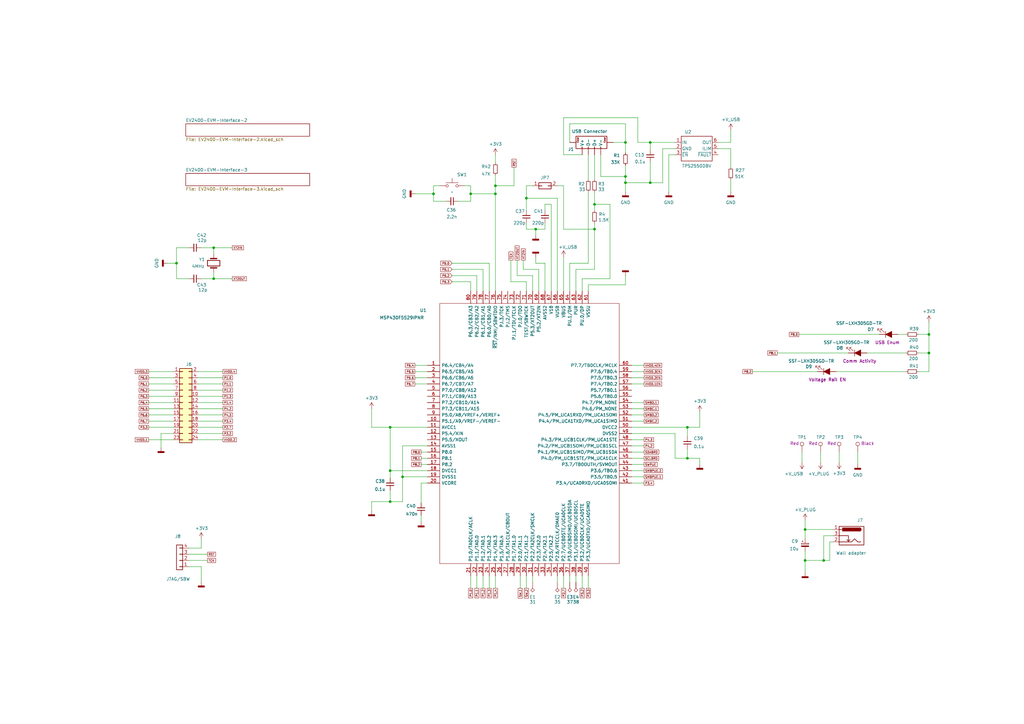
<source format=kicad_sch>
(kicad_sch (version 20250114) (generator "eeschema") (generator_version "9.0")
  (paper "A3")
  (title_block (title "EV2400 EVM Interface Board by Texas Instruments") (date "2019-09-25") (rev "1.0") (company "ORPALTECH"))
  (junction (at 165.1 195.58))
  (junction (at 203.2 79.502))
  (junction (at 256.54 58.42))
  (junction (at 160.02 175.26))
  (junction (at 72.39 107.95))
  (junction (at 193.04 79.502))
  (junction (at 266.7 58.42))
  (junction (at 243.84 83.82))
  (junction (at 177.8 79.502))
  (junction (at 381 144.78))
  (junction (at 203.2 76.2))
  (junction (at 337.82 229.87))
  (junction (at 266.7 74.93))
  (junction (at 256.54 74.93))
  (junction (at 381 137.16))
  (junction (at 219.71 93.98))
  (junction (at 281.94 187.96))
  (junction (at 243.84 93.98))
  (junction (at 256.54 72.39))
  (junction (at 215.9 81.28))
  (junction (at 330.2 217.17))
  (junction (at 160.02 205.74))
  (junction (at 87.63 101.6))
  (junction (at 281.94 175.26))
  (junction (at 330.2 229.87))
  (junction (at 160.02 193.04))
  (junction (at 87.63 114.3))
  (wire (pts (xy 259.08 193.04) (xy 264.16 193.04)))
  (wire (pts (xy 261.62 58.42) (xy 266.7 58.42)))
  (wire (pts (xy 219.71 107.95) (xy 219.71 105.41)))
  (wire (pts (xy 259.08 182.88) (xy 264.16 182.88)))
  (wire (pts (xy 172.72 198.12) (xy 175.26 198.12)))
  (wire (pts (xy 228.6 236.22) (xy 228.6 238.76)))
  (wire (pts (xy 175.26 182.88) (xy 165.1 182.88)))
  (wire (pts (xy 243.84 83.82) (xy 243.84 78.74)))
  (wire (pts (xy 344.17 185.42) (xy 344.17 189.738)))
  (wire (pts (xy 259.08 172.72) (xy 264.16 172.72)))
  (wire (pts (xy 165.1 195.58) (xy 175.26 195.58)))
  (wire (pts (xy 256.54 116.84) (xy 241.3 116.84)))
  (wire (pts (xy 71.12 170.18) (xy 60.96 170.18)))
  (wire (pts (xy 231.14 119.38) (xy 231.14 105.41)))
  (wire (pts (xy 175.26 175.26) (xy 160.02 175.26)))
  (wire (pts (xy 77.47 229.87) (xy 85.09 229.87)))
  (wire (pts (xy 218.44 113.03) (xy 218.44 119.38)))
  (wire (pts (xy 287.02 175.26) (xy 281.94 175.26)))
  (wire (pts (xy 381 137.16) (xy 381 132.08)))
  (wire (pts (xy 81.28 162.56) (xy 91.44 162.56)))
  (wire (pts (xy 203.2 76.2) (xy 210.82 76.2)))
  (wire (pts (xy 241.3 236.22) (xy 241.3 241.3)))
  (wire (pts (xy 87.63 101.6) (xy 95.25 101.6)))
  (wire (pts (xy 165.1 182.88) (xy 165.1 195.58)))
  (wire (pts (xy 287.02 187.96) (xy 281.94 187.96)))
  (wire (pts (xy 215.9 76.2) (xy 215.9 81.28)))
  (wire (pts (xy 261.62 48.26) (xy 261.62 58.42)))
  (wire (pts (xy 259.08 185.42) (xy 264.16 185.42)))
  (wire (pts (xy 241.3 107.95) (xy 233.68 107.95)))
  (wire (pts (xy 341.63 217.17) (xy 330.2 217.17)))
  (wire (pts (xy 381 144.78) (xy 381 137.16)))
  (wire (pts (xy 87.63 114.3) (xy 95.25 114.3)))
  (wire (pts (xy 231.14 236.22) (xy 231.14 241.3)))
  (wire (pts (xy 81.28 154.94) (xy 91.44 154.94)))
  (wire (pts (xy 87.63 101.6) (xy 87.63 104.14)))
  (wire (pts (xy 360.68 137.16) (xy 327.66 137.16)))
  (wire (pts (xy 175.26 193.04) (xy 160.02 193.04)))
  (wire (pts (xy 233.68 236.22) (xy 233.68 238.76)))
  (wire (pts (xy 152.4 175.26) (xy 160.02 175.26)))
  (wire (pts (xy 200.66 236.22) (xy 200.66 241.3)))
  (wire (pts (xy 299.72 53.34) (xy 299.72 58.42)))
  (wire (pts (xy 256.54 74.93) (xy 256.54 78.74)))
  (wire (pts (xy 193.04 236.22) (xy 193.04 241.3)))
  (wire (pts (xy 243.84 86.36) (xy 243.84 83.82)))
  (wire (pts (xy 71.12 154.94) (xy 60.96 154.94)))
  (wire (pts (xy 71.12 165.1) (xy 60.96 165.1)))
  (wire (pts (xy 195.58 113.03) (xy 195.58 119.38)))
  (wire (pts (xy 160.02 175.26) (xy 160.02 193.04)))
  (wire (pts (xy 193.04 79.502) (xy 193.04 76.2)))
  (wire (pts (xy 376.682 137.16) (xy 381 137.16)))
  (wire (pts (xy 200.66 107.95) (xy 200.66 119.38)))
  (wire (pts (xy 203.2 66.802) (xy 203.2 63.5)))
  (wire (pts (xy 214.63 110.49) (xy 214.63 106.68)))
  (wire (pts (xy 193.04 115.57) (xy 193.04 119.38)))
  (wire (pts (xy 182.88 82.55) (xy 177.8 82.55)))
  (wire (pts (xy 223.52 93.98) (xy 223.52 91.44)))
  (wire (pts (xy 256.54 74.93) (xy 266.7 74.93)))
  (wire (pts (xy 276.86 177.8) (xy 276.86 187.96)))
  (wire (pts (xy 259.08 157.48) (xy 264.16 157.48)))
  (wire (pts (xy 81.28 167.64) (xy 91.44 167.64)))
  (wire (pts (xy 72.39 101.6) (xy 77.47 101.6)))
  (wire (pts (xy 66.04 177.8) (xy 71.12 177.8)))
  (wire (pts (xy 195.58 236.22) (xy 195.58 241.3)))
  (wire (pts (xy 259.08 154.94) (xy 264.16 154.94)))
  (wire (pts (xy 81.28 170.18) (xy 91.44 170.18)))
  (wire (pts (xy 259.08 190.5) (xy 264.16 190.5)))
  (wire (pts (xy 238.76 114.3) (xy 250.19 114.3)))
  (wire (pts (xy 193.04 76.2) (xy 190.5 76.2)))
  (wire (pts (xy 259.08 170.18) (xy 264.16 170.18)))
  (wire (pts (xy 330.2 229.87) (xy 337.82 229.87)))
  (wire (pts (xy 223.52 83.82) (xy 226.06 83.82)))
  (wire (pts (xy 299.72 60.96) (xy 299.72 68.58)))
  (wire (pts (xy 294.64 60.96) (xy 299.72 60.96)))
  (wire (pts (xy 238.76 119.38) (xy 238.76 114.3)))
  (wire (pts (xy 198.12 236.22) (xy 198.12 241.3)))
  (wire (pts (xy 347.98 144.78) (xy 318.77 144.78)))
  (wire (pts (xy 266.7 58.42) (xy 266.7 61.468)))
  (wire (pts (xy 185.42 113.03) (xy 195.58 113.03)))
  (wire (pts (xy 82.55 114.3) (xy 87.63 114.3)))
  (wire (pts (xy 259.08 152.4) (xy 264.16 152.4)))
  (wire (pts (xy 77.47 114.3) (xy 72.39 114.3)))
  (wire (pts (xy 256.54 116.84) (xy 256.54 113.03)))
  (wire (pts (xy 81.28 165.1) (xy 91.44 165.1)))
  (wire (pts (xy 276.86 187.96) (xy 281.94 187.96)))
  (wire (pts (xy 274.32 63.5) (xy 274.32 78.74)))
  (wire (pts (xy 203.2 76.2) (xy 203.2 71.882)))
  (wire (pts (xy 241.3 63.5) (xy 241.3 73.66)))
  (wire (pts (xy 193.04 82.55) (xy 193.04 79.502)))
  (wire (pts (xy 231.14 63.5) (xy 231.14 48.26)))
  (wire (pts (xy 152.4 205.74) (xy 160.02 205.74)))
  (wire (pts (xy 209.55 115.57) (xy 215.9 115.57)))
  (wire (pts (xy 87.63 111.76) (xy 87.63 114.3)))
  (wire (pts (xy 256.54 58.42) (xy 256.54 62.738)))
  (wire (pts (xy 337.82 229.87) (xy 340.36 229.87)))
  (wire (pts (xy 259.08 165.1) (xy 264.16 165.1)))
  (wire (pts (xy 233.68 119.38) (xy 233.68 107.95)))
  (wire (pts (xy 236.22 110.49) (xy 243.84 110.49)))
  (wire (pts (xy 299.72 58.42) (xy 294.64 58.42)))
  (wire (pts (xy 71.12 160.02) (xy 60.96 160.02)))
  (wire (pts (xy 276.86 63.5) (xy 274.32 63.5)))
  (wire (pts (xy 152.4 205.74) (xy 152.4 209.55)))
  (wire (pts (xy 340.36 229.87) (xy 340.36 222.25)))
  (wire (pts (xy 177.8 76.2) (xy 180.34 76.2)))
  (wire (pts (xy 336.55 185.42) (xy 336.55 189.738)))
  (wire (pts (xy 160.02 193.04) (xy 160.02 196.088)))
  (wire (pts (xy 209.55 115.57) (xy 209.55 106.68)))
  (wire (pts (xy 281.94 184.15) (xy 281.94 187.96)))
  (wire (pts (xy 81.28 180.34) (xy 91.44 180.34)))
  (wire (pts (xy 259.08 195.58) (xy 264.16 195.58)))
  (wire (pts (xy 340.36 222.25) (xy 341.63 222.25)))
  (wire (pts (xy 82.55 224.79) (xy 77.47 224.79)))
  (wire (pts (xy 66.04 183.642) (xy 66.04 177.8)))
  (wire (pts (xy 236.22 236.22) (xy 236.22 238.76)))
  (wire (pts (xy 203.2 119.38) (xy 203.2 79.502)))
  (wire (pts (xy 243.84 73.66) (xy 243.84 63.5)))
  (wire (pts (xy 342.9 152.4) (xy 371.602 152.4)))
  (wire (pts (xy 231.14 76.2) (xy 228.6 76.2)))
  (wire (pts (xy 81.28 157.48) (xy 91.44 157.48)))
  (wire (pts (xy 170.18 79.502) (xy 177.8 79.502)))
  (wire (pts (xy 175.26 187.96) (xy 172.72 187.96)))
  (wire (pts (xy 81.28 172.72) (xy 91.44 172.72)))
  (wire (pts (xy 175.26 154.94) (xy 170.18 154.94)))
  (wire (pts (xy 256.54 50.8) (xy 256.54 58.42)))
  (wire (pts (xy 328.93 185.42) (xy 328.93 189.738)))
  (wire (pts (xy 71.12 157.48) (xy 60.96 157.48)))
  (wire (pts (xy 215.9 236.22) (xy 215.9 241.3)))
  (wire (pts (xy 276.86 60.96) (xy 271.78 60.96)))
  (wire (pts (xy 175.26 157.48) (xy 170.18 157.48)))
  (wire (pts (xy 223.52 107.95) (xy 223.52 119.38)))
  (wire (pts (xy 187.96 82.55) (xy 193.04 82.55)))
  (wire (pts (xy 241.3 116.84) (xy 241.3 119.38)))
  (wire (pts (xy 81.28 175.26) (xy 91.44 175.26)))
  (wire (pts (xy 165.1 205.74) (xy 160.02 205.74)))
  (wire (pts (xy 81.28 177.8) (xy 91.44 177.8)))
  (wire (pts (xy 172.72 206.248) (xy 172.72 198.12)))
  (wire (pts (xy 381 152.4) (xy 381 144.78)))
  (wire (pts (xy 259.08 177.8) (xy 276.86 177.8)))
  (wire (pts (xy 299.72 78.74) (xy 299.72 73.66)))
  (wire (pts (xy 241.3 78.74) (xy 241.3 107.95)))
  (wire (pts (xy 330.2 226.06) (xy 330.2 229.87)))
  (wire (pts (xy 259.08 167.64) (xy 264.16 167.64)))
  (wire (pts (xy 77.47 227.33) (xy 85.09 227.33)))
  (wire (pts (xy 330.2 229.87) (xy 330.2 234.95)))
  (wire (pts (xy 218.44 238.76) (xy 218.44 236.22)))
  (wire (pts (xy 341.63 219.71) (xy 337.82 219.71)))
  (wire (pts (xy 238.76 63.5) (xy 231.14 63.5)))
  (wire (pts (xy 72.39 107.95) (xy 72.39 114.3)))
  (wire (pts (xy 219.71 93.98) (xy 223.52 93.98)))
  (wire (pts (xy 165.1 195.58) (xy 165.1 205.74)))
  (wire (pts (xy 177.8 82.55) (xy 177.8 79.502)))
  (wire (pts (xy 81.28 152.4) (xy 91.44 152.4)))
  (wire (pts (xy 203.2 79.502) (xy 193.04 79.502)))
  (wire (pts (xy 246.38 72.39) (xy 256.54 72.39)))
  (wire (pts (xy 256.54 72.39) (xy 256.54 74.93)))
  (wire (pts (xy 246.38 63.5) (xy 246.38 72.39)))
  (wire (pts (xy 220.98 110.49) (xy 220.98 119.38)))
  (wire (pts (xy 203.2 236.22) (xy 203.2 241.3)))
  (wire (pts (xy 250.19 83.82) (xy 250.19 114.3)))
  (wire (pts (xy 219.71 93.98) (xy 219.71 96.52)))
  (wire (pts (xy 371.602 144.78) (xy 355.6 144.78)))
  (wire (pts (xy 243.84 110.49) (xy 243.84 93.98)))
  (wire (pts (xy 330.2 213.36) (xy 330.2 217.17)))
  (wire (pts (xy 212.09 113.03) (xy 212.09 106.68)))
  (wire (pts (xy 175.26 185.42) (xy 172.72 185.42)))
  (wire (pts (xy 259.08 180.34) (xy 264.16 180.34)))
  (wire (pts (xy 82.55 220.98) (xy 82.55 224.79)))
  (wire (pts (xy 335.28 152.4) (xy 308.61 152.4)))
  (wire (pts (xy 271.78 74.93) (xy 266.7 74.93)))
  (wire (pts (xy 238.76 236.22) (xy 238.76 241.3)))
  (wire (pts (xy 376.682 152.4) (xy 381 152.4)))
  (wire (pts (xy 82.55 101.6) (xy 87.63 101.6)))
  (wire (pts (xy 376.682 144.78) (xy 381 144.78)))
  (wire (pts (xy 215.9 91.44) (xy 215.9 93.98)))
  (wire (pts (xy 259.08 198.12) (xy 264.16 198.12)))
  (wire (pts (xy 259.08 187.96) (xy 264.16 187.96)))
  (wire (pts (xy 215.9 81.28) (xy 228.6 81.28)))
  (wire (pts (xy 223.52 86.36) (xy 223.52 83.82)))
  (wire (pts (xy 160.02 205.74) (xy 160.02 201.168)))
  (wire (pts (xy 203.2 79.502) (xy 203.2 76.2)))
  (wire (pts (xy 236.22 119.38) (xy 236.22 110.49)))
  (wire (pts (xy 185.42 115.57) (xy 193.04 115.57)))
  (wire (pts (xy 287.02 168.91) (xy 287.02 175.26)))
  (wire (pts (xy 281.94 175.26) (xy 281.94 179.07)))
  (wire (pts (xy 271.78 60.96) (xy 271.78 74.93)))
  (wire (pts (xy 72.39 107.95) (xy 68.58 107.95)))
  (wire (pts (xy 337.82 219.71) (xy 337.82 229.87)))
  (wire (pts (xy 72.39 101.6) (xy 72.39 107.95)))
  (wire (pts (xy 256.54 67.818) (xy 256.54 72.39)))
  (wire (pts (xy 71.12 167.64) (xy 60.96 167.64)))
  (wire (pts (xy 218.44 76.2) (xy 215.9 76.2)))
  (wire (pts (xy 175.26 190.5) (xy 172.72 190.5)))
  (wire (pts (xy 177.8 79.502) (xy 177.8 76.2)))
  (wire (pts (xy 259.08 175.26) (xy 281.94 175.26)))
  (wire (pts (xy 231.14 48.26) (xy 261.62 48.26)))
  (wire (pts (xy 215.9 81.28) (xy 215.9 86.36)))
  (wire (pts (xy 71.12 172.72) (xy 60.96 172.72)))
  (wire (pts (xy 175.26 152.4) (xy 170.18 152.4)))
  (wire (pts (xy 71.12 162.56) (xy 60.96 162.56)))
  (wire (pts (xy 214.63 110.49) (xy 220.98 110.49)))
  (wire (pts (xy 233.68 50.8) (xy 256.54 50.8)))
  (wire (pts (xy 77.47 232.41) (xy 82.55 232.41)))
  (wire (pts (xy 351.79 185.42) (xy 351.79 190.5)))
  (wire (pts (xy 251.46 58.42) (xy 256.54 58.42)))
  (wire (pts (xy 228.6 81.28) (xy 228.6 119.38)))
  (wire (pts (xy 71.12 175.26) (xy 60.96 175.26)))
  (wire (pts (xy 266.7 58.42) (xy 276.86 58.42)))
  (wire (pts (xy 243.84 93.98) (xy 243.84 91.44)))
  (wire (pts (xy 185.42 107.95) (xy 200.66 107.95)))
  (wire (pts (xy 259.08 149.86) (xy 264.16 149.86)))
  (wire (pts (xy 233.68 58.42) (xy 233.68 50.8)))
  (wire (pts (xy 71.12 152.4) (xy 60.96 152.4)))
  (wire (pts (xy 231.14 93.98) (xy 243.84 93.98)))
  (wire (pts (xy 215.9 115.57) (xy 215.9 119.38)))
  (wire (pts (xy 81.28 160.02) (xy 91.44 160.02)))
  (wire (pts (xy 185.42 110.49) (xy 198.12 110.49)))
  (wire (pts (xy 71.12 180.34) (xy 60.96 180.34)))
  (wire (pts (xy 266.7 66.548) (xy 266.7 74.93)))
  (wire (pts (xy 212.09 113.03) (xy 218.44 113.03)))
  (wire (pts (xy 371.602 137.16) (xy 368.3 137.16)))
  (wire (pts (xy 172.72 214.122) (xy 172.72 211.328)))
  (wire (pts (xy 82.55 232.41) (xy 82.55 238.76)))
  (wire (pts (xy 219.71 107.95) (xy 223.52 107.95)))
  (wire (pts (xy 210.82 76.2) (xy 210.82 68.58)))
  (wire (pts (xy 215.9 93.98) (xy 219.71 93.98)))
  (wire (pts (xy 287.02 190.5) (xy 287.02 187.96)))
  (wire (pts (xy 175.26 149.86) (xy 170.18 149.86)))
  (wire (pts (xy 330.2 220.98) (xy 330.2 217.17)))
  (wire (pts (xy 198.12 110.49) (xy 198.12 119.38)))
  (wire (pts (xy 152.4 175.26) (xy 152.4 167.64)))
  (wire (pts (xy 250.19 83.82) (xy 243.84 83.82)))
  (wire (pts (xy 213.36 236.22) (xy 213.36 241.3)))
  (wire (pts (xy 231.14 93.98) (xy 231.14 76.2)))
  (wire (pts (xy 226.06 83.82) (xy 226.06 119.38)))
  (global_label "VVOD.3" (shape passive) (at 60.96 152.4 180) (effects (font (size 0.889 0.889))) (property "Intersheetrefs" "${INTERSHEET_REFS}" (effects (hide yes))))
  (global_label "P2.7" (shape passive) (at 91.44 175.26 0) (effects (font (size 0.889 0.889))) (property "Intersheetrefs" "${INTERSHEET_REFS}" (effects (hide yes))))
  (global_label "XT2OUT" (shape passive) (at 212.09 106.68 90) (effects (font (size 0.889 0.889))) (property "Intersheetrefs" "${INTERSHEET_REFS}" (effects (hide yes))))
  (global_label "VVOD.4EN" (shape passive) (at 264.16 149.86 0) (effects (font (size 0.889 0.889))) (property "Intersheetrefs" "${INTERSHEET_REFS}" (effects (hide yes))))
  (global_label "RST" (shape passive) (at 210.82 68.58 90) (effects (font (size 0.889 0.889))) (property "Intersheetrefs" "${INTERSHEET_REFS}" (effects (hide yes))))
  (global_label "P1.0" (shape passive) (at 193.04 241.3 270) (effects (font (size 0.889 0.889))) (property "Intersheetrefs" "${INTERSHEET_REFS}" (effects (hide yes))))
  (global_label "VVOD.1EN" (shape passive) (at 264.16 157.48 0) (effects (font (size 0.889 0.889))) (property "Intersheetrefs" "${INTERSHEET_REFS}" (effects (hide yes))))
  (global_label "P6.7" (shape passive) (at 60.96 172.72 180) (effects (font (size 0.889 0.889))) (property "Intersheetrefs" "${INTERSHEET_REFS}" (effects (hide yes))))
  (global_label "P4.3" (shape passive) (at 264.16 180.34 0) (effects (font (size 0.889 0.889))) (property "Intersheetrefs" "${INTERSHEET_REFS}" (effects (hide yes))))
  (global_label "P6.1" (shape passive) (at 60.96 157.48 180) (effects (font (size 0.889 0.889))) (property "Intersheetrefs" "${INTERSHEET_REFS}" (effects (hide yes))))
  (global_label "SMBC.1" (shape passive) (at 264.16 167.64 0) (effects (font (size 0.889 0.889))) (property "Intersheetrefs" "${INTERSHEET_REFS}" (effects (hide yes))))
  (global_label "SW.2" (shape passive) (at 215.9 241.3 270) (effects (font (size 0.889 0.889))) (property "Intersheetrefs" "${INTERSHEET_REFS}" (effects (hide yes))))
  (global_label "P6.5" (shape passive) (at 170.18 152.4 180) (effects (font (size 0.889 0.889))) (property "Intersheetrefs" "${INTERSHEET_REFS}" (effects (hide yes))))
  (global_label "VVOD.1" (shape passive) (at 60.96 180.34 180) (effects (font (size 0.889 0.889))) (property "Intersheetrefs" "${INTERSHEET_REFS}" (effects (hide yes))))
  (global_label "P3.3" (shape passive) (at 60.96 175.26 180) (effects (font (size 0.889 0.889))) (property "Intersheetrefs" "${INTERSHEET_REFS}" (effects (hide yes))))
  (global_label "VVOD.2EN" (shape passive) (at 264.16 154.94 0) (effects (font (size 0.889 0.889))) (property "Intersheetrefs" "${INTERSHEET_REFS}" (effects (hide yes))))
  (global_label "P6.7" (shape passive) (at 170.18 157.48 180) (effects (font (size 0.889 0.889))) (property "Intersheetrefs" "${INTERSHEET_REFS}" (effects (hide yes))))
  (global_label "P8.2" (shape passive) (at 172.72 190.5 180) (effects (font (size 0.889 0.889))) (property "Intersheetrefs" "${INTERSHEET_REFS}" (effects (hide yes))))
  (global_label "P3.2" (shape passive) (at 238.76 241.3 270) (effects (font (size 0.889 0.889))) (property "Intersheetrefs" "${INTERSHEET_REFS}" (effects (hide yes))))
  (global_label "VVOD.4" (shape passive) (at 91.44 152.4 0) (effects (font (size 0.889 0.889))) (property "Intersheetrefs" "${INTERSHEET_REFS}" (effects (hide yes))))
  (global_label "SCLBRD" (shape passive) (at 264.16 187.96 0) (effects (font (size 0.889 0.889))) (property "Intersheetrefs" "${INTERSHEET_REFS}" (effects (hide yes))))
  (global_label "P8.0" (shape passive) (at 327.66 137.16 180) (effects (font (size 0.889 0.889))) (property "Intersheetrefs" "${INTERSHEET_REFS}" (effects (hide yes))))
  (global_label "SW.1" (shape passive) (at 213.36 241.3 270) (effects (font (size 0.889 0.889))) (property "Intersheetrefs" "${INTERSHEET_REFS}" (effects (hide yes))))
  (global_label "P4.2" (shape passive) (at 264.16 182.88 0) (effects (font (size 0.889 0.889))) (property "Intersheetrefs" "${INTERSHEET_REFS}" (effects (hide yes))))
  (global_label "P1.2" (shape passive) (at 91.44 160.02 0) (effects (font (size 0.889 0.889))) (property "Intersheetrefs" "${INTERSHEET_REFS}" (effects (hide yes))))
  (global_label "P6.6" (shape passive) (at 170.18 154.94 180) (effects (font (size 0.889 0.889))) (property "Intersheetrefs" "${INTERSHEET_REFS}" (effects (hide yes))))
  (global_label "RST" (shape passive) (at 85.09 227.33 0) (effects (font (size 0.889 0.889))) (property "Intersheetrefs" "${INTERSHEET_REFS}" (effects (hide yes))))
  (global_label "XT2IN" (shape passive) (at 95.25 101.6 0) (effects (font (size 0.889 0.889))) (property "Intersheetrefs" "${INTERSHEET_REFS}" (effects (hide yes))))
  (global_label "P8.1" (shape passive) (at 318.77 144.78 180) (effects (font (size 0.889 0.889))) (property "Intersheetrefs" "${INTERSHEET_REFS}" (effects (hide yes))))
  (global_label "P1.1" (shape passive) (at 195.58 241.3 270) (effects (font (size 0.889 0.889))) (property "Intersheetrefs" "${INTERSHEET_REFS}" (effects (hide yes))))
  (global_label "P6.0" (shape passive) (at 60.96 154.94 180) (effects (font (size 0.889 0.889))) (property "Intersheetrefs" "${INTERSHEET_REFS}" (effects (hide yes))))
  (global_label "VVOD.3EN" (shape passive) (at 264.16 152.4 0) (effects (font (size 0.889 0.889))) (property "Intersheetrefs" "${INTERSHEET_REFS}" (effects (hide yes))))
  (global_label "XT2IN" (shape passive) (at 214.63 106.68 90) (effects (font (size 0.889 0.889))) (property "Intersheetrefs" "${INTERSHEET_REFS}" (effects (hide yes))))
  (global_label "SMBC.2" (shape passive) (at 264.16 172.72 0) (effects (font (size 0.889 0.889))) (property "Intersheetrefs" "${INTERSHEET_REFS}" (effects (hide yes))))
  (global_label "P3.2" (shape passive) (at 91.44 177.8 0) (effects (font (size 0.889 0.889))) (property "Intersheetrefs" "${INTERSHEET_REFS}" (effects (hide yes))))
  (global_label "P1.4" (shape passive) (at 91.44 165.1 0) (effects (font (size 0.889 0.889))) (property "Intersheetrefs" "${INTERSHEET_REFS}" (effects (hide yes))))
  (global_label "P6.4" (shape passive) (at 60.96 165.1 180) (effects (font (size 0.889 0.889))) (property "Intersheetrefs" "${INTERSHEET_REFS}" (effects (hide yes))))
  (global_label "P6.3" (shape passive) (at 60.96 162.56 180) (effects (font (size 0.889 0.889))) (property "Intersheetrefs" "${INTERSHEET_REFS}" (effects (hide yes))))
  (global_label "P6.3" (shape input) (at 185.42 115.57 180) (effects (font (size 0.889 0.889))) (property "Intersheetrefs" "${INTERSHEET_REFS}" (effects (hide yes))))
  (global_label "P8.2" (shape passive) (at 308.61 152.4 180) (effects (font (size 0.889 0.889))) (property "Intersheetrefs" "${INTERSHEET_REFS}" (effects (hide yes))))
  (global_label "P8.0" (shape passive) (at 172.72 185.42 180) (effects (font (size 0.889 0.889))) (property "Intersheetrefs" "${INTERSHEET_REFS}" (effects (hide yes))))
  (global_label "TCK" (shape passive) (at 209.55 106.68 90) (effects (font (size 0.889 0.889))) (property "Intersheetrefs" "${INTERSHEET_REFS}" (effects (hide yes))))
  (global_label "P2.7" (shape passive) (at 231.14 241.3 270) (effects (font (size 0.889 0.889))) (property "Intersheetrefs" "${INTERSHEET_REFS}" (effects (hide yes))))
  (global_label "P3.4" (shape passive) (at 91.44 172.72 0) (effects (font (size 0.889 0.889))) (property "Intersheetrefs" "${INTERSHEET_REFS}" (effects (hide yes))))
  (global_label "P6.4" (shape passive) (at 170.18 149.86 180) (effects (font (size 0.889 0.889))) (property "Intersheetrefs" "${INTERSHEET_REFS}" (effects (hide yes))))
  (global_label "P3.3" (shape passive) (at 241.3 241.3 270) (effects (font (size 0.889 0.889))) (property "Intersheetrefs" "${INTERSHEET_REFS}" (effects (hide yes))))
  (global_label "SMBPUE.1" (shape passive) (at 264.16 195.58 0) (effects (font (size 0.889 0.889))) (property "Intersheetrefs" "${INTERSHEET_REFS}" (effects (hide yes))))
  (global_label "P6.2" (shape passive) (at 60.96 160.02 180) (effects (font (size 0.889 0.889))) (property "Intersheetrefs" "${INTERSHEET_REFS}" (effects (hide yes))))
  (global_label "VVOD.2" (shape passive) (at 91.44 180.34 0) (effects (font (size 0.889 0.889))) (property "Intersheetrefs" "${INTERSHEET_REFS}" (effects (hide yes))))
  (global_label "SWPUE" (shape passive) (at 264.16 190.5 0) (effects (font (size 0.889 0.889))) (property "Intersheetrefs" "${INTERSHEET_REFS}" (effects (hide yes))))
  (global_label "P6.5" (shape passive) (at 60.96 167.64 180) (effects (font (size 0.889 0.889))) (property "Intersheetrefs" "${INTERSHEET_REFS}" (effects (hide yes))))
  (global_label "P8.1" (shape passive) (at 172.72 187.96 180) (effects (font (size 0.889 0.889))) (property "Intersheetrefs" "${INTERSHEET_REFS}" (effects (hide yes))))
  (global_label "P4.3" (shape passive) (at 91.44 170.18 0) (effects (font (size 0.889 0.889))) (property "Intersheetrefs" "${INTERSHEET_REFS}" (effects (hide yes))))
  (global_label "P6.2" (shape input) (at 185.42 113.03 180) (effects (font (size 0.889 0.889))) (property "Intersheetrefs" "${INTERSHEET_REFS}" (effects (hide yes))))
  (global_label "XT2OUT" (shape passive) (at 95.25 114.3 0) (effects (font (size 0.889 0.889))) (property "Intersheetrefs" "${INTERSHEET_REFS}" (effects (hide yes))))
  (global_label "P6.0" (shape input) (at 185.42 107.95 180) (effects (font (size 0.889 0.889))) (property "Intersheetrefs" "${INTERSHEET_REFS}" (effects (hide yes))))
  (global_label "P1.4" (shape passive) (at 203.2 241.3 270) (effects (font (size 0.889 0.889))) (property "Intersheetrefs" "${INTERSHEET_REFS}" (effects (hide yes))))
  (global_label "P1.0" (shape passive) (at 91.44 154.94 0) (effects (font (size 0.889 0.889))) (property "Intersheetrefs" "${INTERSHEET_REFS}" (effects (hide yes))))
  (global_label "SMBD.1" (shape passive) (at 264.16 165.1 0) (effects (font (size 0.889 0.889))) (property "Intersheetrefs" "${INTERSHEET_REFS}" (effects (hide yes))))
  (global_label "P1.2" (shape passive) (at 198.12 241.3 270) (effects (font (size 0.889 0.889))) (property "Intersheetrefs" "${INTERSHEET_REFS}" (effects (hide yes))))
  (global_label "P4.2" (shape passive) (at 91.44 167.64 0) (effects (font (size 0.889 0.889))) (property "Intersheetrefs" "${INTERSHEET_REFS}" (effects (hide yes))))
  (global_label "TCK" (shape passive) (at 85.09 229.87 0) (effects (font (size 0.889 0.889))) (property "Intersheetrefs" "${INTERSHEET_REFS}" (effects (hide yes))))
  (global_label "SMBPUE.2" (shape passive) (at 264.16 193.04 0) (effects (font (size 0.889 0.889))) (property "Intersheetrefs" "${INTERSHEET_REFS}" (effects (hide yes))))
  (global_label "P1.3" (shape passive) (at 200.66 241.3 270) (effects (font (size 0.889 0.889))) (property "Intersheetrefs" "${INTERSHEET_REFS}" (effects (hide yes))))
  (global_label "P6.6" (shape passive) (at 60.96 170.18 180) (effects (font (size 0.889 0.889))) (property "Intersheetrefs" "${INTERSHEET_REFS}" (effects (hide yes))))
  (global_label "P3.4" (shape passive) (at 264.16 198.12 0) (effects (font (size 0.889 0.889))) (property "Intersheetrefs" "${INTERSHEET_REFS}" (effects (hide yes))))
  (global_label "P1.3" (shape passive) (at 91.44 162.56 0) (effects (font (size 0.889 0.889))) (property "Intersheetrefs" "${INTERSHEET_REFS}" (effects (hide yes))))
  (global_label "SMBD.2" (shape passive) (at 264.16 170.18 0) (effects (font (size 0.889 0.889))) (property "Intersheetrefs" "${INTERSHEET_REFS}" (effects (hide yes))))
  (global_label "P6.1" (shape input) (at 185.42 110.49 180) (effects (font (size 0.889 0.889))) (property "Intersheetrefs" "${INTERSHEET_REFS}" (effects (hide yes))))
  (global_label "P1.1" (shape passive) (at 91.44 157.48 0) (effects (font (size 0.889 0.889))) (property "Intersheetrefs" "${INTERSHEET_REFS}" (effects (hide yes))))
  (global_label "SDABRD" (shape passive) (at 264.16 185.42 0) (effects (font (size 0.889 0.889))) (property "Intersheetrefs" "${INTERSHEET_REFS}" (effects (hide yes))))
  (symbol (lib_id "EV2400-Components:+3V3") (at 82.55 220.98 0) (unit 1)
    (property "Reference" "#PWR0126" (effects (hide yes)))
    (property "Value" "+3V3" (at 80.01 216.662 0) (effects (justify left)))
    (property "Description" "power-flag symbol +3.3V" (effects (hide yes)))
  )
  (symbol (lib_id "EV2400-Components:MSP430F5529IPNR") (at 217.17 176.53 0) (unit 1)
    (property "Reference" "U1" (at 172.212 127.254 0) (effects (justify left)))
    (property "Value" "MSP430F5529IPNR" (at 155.702 130.302 0) (effects (justify left)))
    (property "Footprint" "EV2400-Footprints:QFP50P1400X1400X160-80N" (effects (hide yes)))
    (property "Datasheet" "http://www.ti.com/lit/gpn/msp430f5529" (effects (hide yes)))
    (property "Description" "16-Bit Ultra-Low-Power Microcontroller, 128KB Flash, 8KB RAM, USB, 12Bit ADC, 2 USCIs, 32Bit HW MPY" (effects (hide yes)))
    (property "Height" "1.6" (effects (hide yes)))
    (property "Manufacturer_Name" "Texas Instruments" (effects (hide yes)))
    (property "Manufacturer_Part_Number" "MSP430F5529IPNR" (effects (hide yes)))
    (property "Description_1" "16-Bit Ultra-Low-Power Microcontroller, 128KB Flash, 8KB RAM, USB, 12Bit ADC, 2 USCIs, 32Bit HW MPY" (effects (hide yes)))
  )
  (symbol (lib_id "EV2400-Components:C_Small") (at 215.9 88.9 0) (mirror x) (unit 1)
    (property "Reference" "C37" (at 211.328 86.614 0) (effects (justify left)))
    (property "Value" "220p" (at 210.566 91.44 0) (effects (justify left)))
    (property "Footprint" "EV2400-Footprints:C_0603_1608Metric" (effects (hide yes)))
    (property "Description" "Unpolarized capacitor" (effects (hide yes)))
  )
  (symbol (lib_id "EV2400-Components:R_Small") (at 203.2 69.342 0) (mirror x) (unit 1)
    (property "Reference" "R42" (at 199.39 68.326 0))
    (property "Value" "47K" (at 199.39 71.374 0))
    (property "Footprint" "EV2400-Footprints:R_0603_1608Metric" (effects (hide yes)))
    (property "Description" "Resistor, small symbol" (effects (hide yes)))
  )
  (symbol (lib_id "EV2400-Components:Conn_02x01") (at 223.52 76.2 0) (unit 1)
    (property "Reference" "JP7" (at 223.52 72.898 0))
    (property "Value" "Conn_02x01" (effects (hide yes)))
    (property "Footprint" "EV2400-Footprints:PinHeader_1x02_P2.54mm_Vertical" (effects (hide yes)))
    (property "Description" "Generic connector, double row, 02x01, this symbol is compatible with counter-clockwise, top-bottom and odd-even numbering schemes., script generated (kicad-library-utils/schlib/autogen/connector/)" (effects (hide yes)))
  )
  (symbol (lib_id "EV2400-Components:C_Small") (at 223.52 88.9 0) (mirror x) (unit 1)
    (property "Reference" "C41" (at 218.948 86.614 0) (effects (justify left)))
    (property "Value" "220p" (at 218.186 91.44 0) (effects (justify left)))
    (property "Footprint" "EV2400-Footprints:C_0603_1608Metric" (effects (hide yes)))
    (property "Description" "Unpolarized capacitor" (effects (hide yes)))
  )
  (symbol (lib_id "EV2400-Components:GND") (at 219.71 96.52 0) (unit 1)
    (property "Reference" "#PWR0101" (effects (hide yes)))
    (property "Value" "GND" (effects (hide yes)))
    (property "Description" "Power flag, digital ground" (effects (hide yes)))
  )
  (symbol (lib_id "EV2400-Components:+3V3") (at 203.2 63.5 0) (unit 1)
    (property "Reference" "#PWR0102" (effects (hide yes)))
    (property "Value" "+3V3" (at 203.2 59.1058 0))
    (property "Description" "power-flag symbol +3.3V" (effects (hide yes)))
  )
  (symbol (lib_id "EV2400-Components:R_Small") (at 243.84 88.9 0) (mirror x) (unit 1)
    (property "Reference" "R4" (at 246.888 87.884 0))
    (property "Value" "1.5K" (at 247.65 90.17 0))
    (property "Footprint" "EV2400-Footprints:R_0603_1608Metric" (effects (hide yes)))
    (property "Description" "Resistor, small symbol" (effects (hide yes)))
  )
  (symbol (lib_id "EV2400-Components:R_Small") (at 241.3 76.2 0) (mirror x) (unit 1)
    (property "Reference" "R2" (at 238.506 75.438 0))
    (property "Value" "33" (at 238.76 77.724 0))
    (property "Footprint" "EV2400-Footprints:R_0603_1608Metric" (effects (hide yes)))
    (property "Description" "Resistor, small symbol" (effects (hide yes)))
  )
  (symbol (lib_id "EV2400-Components:R_Small") (at 243.84 76.2 0) (mirror x) (unit 1)
    (property "Reference" "R3" (at 246.634 75.438 0))
    (property "Value" "33" (at 246.634 77.724 0))
    (property "Footprint" "EV2400-Footprints:R_0603_1608Metric" (effects (hide yes)))
    (property "Description" "Resistor, small symbol" (effects (hide yes)))
  )
  (symbol (lib_id "EV2400-Components:USB_B") (at 243.84 58.42 90) (mirror x) (unit 1)
    (property "Reference" "J1" (at 234.188 61.214 90))
    (property "Value" "USB Connector" (at 241.808 53.848 90))
    (property "Footprint" "EV2400-Footprints:USB_B_OST_USB-B1HSxx_Horizontal" (effects (hide yes)))
    (property "Description" "USB Type B connector" (effects (hide yes)))
  )
  (symbol (lib_id "EV2400-Components:R_Small") (at 256.54 65.278 0) (mirror x) (unit 1)
    (property "Reference" "R1" (at 252.984 63.754 0))
    (property "Value" "33K" (at 252.476 66.548 0))
    (property "Footprint" "EV2400-Footprints:R_0603_1608Metric" (effects (hide yes)))
    (property "Description" "Resistor, small symbol" (effects (hide yes)))
  )
  (symbol (lib_id "EV2400-Components:C_Small") (at 266.7 64.008 0) (mirror x) (unit 1)
    (property "Reference" "C13" (at 260.35 63.5 0) (effects (justify left)))
    (property "Value" "0.1u" (at 260.35 66.294 0) (effects (justify left)))
    (property "Footprint" "EV2400-Footprints:C_0603_1608Metric" (effects (hide yes)))
    (property "Description" "Unpolarized capacitor" (effects (hide yes)))
  )
  (symbol (lib_id "EV2400-Components:GND") (at 170.18 79.502 270) (unit 1)
    (property "Reference" "#PWR0103" (effects (hide yes)))
    (property "Value" "GND" (at 165.862 79.502 0))
    (property "Description" "Power flag, digital ground" (effects (hide yes)))
  )
  (symbol (lib_id "EV2400-Components:GND") (at 256.54 78.74 0) (unit 1)
    (property "Reference" "#PWR0104" (effects (hide yes)))
    (property "Value" "GND" (at 256.54 83.058 0))
    (property "Description" "Power flag, digital ground" (effects (hide yes)))
  )
  (symbol (lib_id "EV2400-Components:GND") (at 219.71 105.41 180) (unit 1)
    (property "Reference" "#PWR0105" (effects (hide yes)))
    (property "Value" "GND" (effects (hide yes)))
    (property "Description" "Power flag, digital ground" (effects (hide yes)))
  )
  (symbol (lib_id "EV2400-Components:GND") (at 256.54 113.03 180) (unit 1)
    (property "Reference" "#PWR0106" (effects (hide yes)))
    (property "Value" "GND" (effects (hide yes)))
    (property "Description" "Power flag, digital ground" (effects (hide yes)))
  )
  (symbol (lib_id "EV2400-Components:TPS2550DBV") (at 285.75 60.96 0) (unit 1)
    (property "Reference" "U2" (at 282.194 54.102 0))
    (property "Value" "TPS2550DBV" (at 285.75 68.072 0))
    (property "Footprint" "EV2400-Footprints:SOT95P280X145-6N" (effects (hide yes)))
    (property "Datasheet" "http://www.ti.com/lit/gpn/TPS2550" (effects (hide yes)))
    (property "Description" "Texas Instruments TPS2550DBV, USB Power Switch High Side, 85m, 2.5 V min., 6-Pin SOT-23" (effects (hide yes)))
    (property "Manufacturer_Name" "Texas Instruments" (effects (hide yes)))
    (property "Manufacturer_Part_Number" "TPS2550DBV" (effects (hide yes)))
    (property "Description_1" "Texas Instruments TPS2550DBVT, USB Power Switch High Side, 85m, 2.5 V min., 6-Pin SOT-23" (effects (hide yes)))
  )
  (symbol (lib_id "EV2400-Components:GND") (at 274.32 78.74 0) (unit 1)
    (property "Reference" "#PWR0107" (effects (hide yes)))
    (property "Value" "GND" (at 274.32 83.058 0))
    (property "Description" "Power flag, digital ground" (effects (hide yes)))
  )
  (symbol (lib_id "EV2400-Components:R_Small") (at 299.72 71.12 0) (mirror x) (unit 1)
    (property "Reference" "R27" (at 303.53 69.85 0))
    (property "Value" "51K" (at 303.276 72.39 0))
    (property "Footprint" "EV2400-Footprints:R_0603_1608Metric" (effects (hide yes)))
    (property "Description" "Resistor, small symbol" (effects (hide yes)))
  )
  (symbol (lib_id "EV2400-Components:GND") (at 299.72 78.74 0) (unit 1)
    (property "Reference" "#PWR0108" (effects (hide yes)))
    (property "Value" "GND" (at 299.72 83.058 0))
    (property "Description" "Power flag, digital ground" (effects (hide yes)))
  )
  (symbol (lib_id "EV2400-Components:Conn_02x12_Odd_Even") (at 76.2 167.64 0) (unit 1)
    (property "Reference" "J6" (at 77.47 149.4282 0))
    (property "Value" "Conn_02x12_Odd_Even" (effects (hide yes)))
    (property "Footprint" "EV2400-Footprints:PinHeader_2x12_P2.54mm_Horizontal" (effects (hide yes)))
    (property "Description" "Generic connector, double row, 02x12, odd/even pin numbering scheme (row 1 odd numbers, row 2 even numbers), script generated (kicad-library-utils/schlib/autogen/connector/)" (effects (hide yes)))
  )
  (symbol (lib_id "EV2400-Components:GND") (at 66.04 183.642 0) (unit 1)
    (property "Reference" "#PWR0109" (effects (hide yes)))
    (property "Value" "GND" (effects (hide yes)))
    (property "Description" "Power flag, digital ground" (effects (hide yes)))
  )
  (symbol (lib_id "EV2400-Components:C_Small") (at 172.72 208.788 0) (mirror x) (unit 1)
    (property "Reference" "C40" (at 166.624 207.518 0) (effects (justify left)))
    (property "Value" "470n" (at 166.37 210.82 0) (effects (justify left)))
    (property "Footprint" "EV2400-Footprints:C_0603_1608Metric" (effects (hide yes)))
    (property "Description" "Unpolarized capacitor" (effects (hide yes)))
  )
  (symbol (lib_id "EV2400-Components:GND") (at 172.72 214.122 0) (unit 1)
    (property "Reference" "#PWR0110" (effects (hide yes)))
    (property "Value" "GND" (effects (hide yes)))
    (property "Description" "Power flag, digital ground" (effects (hide yes)))
  )
  (symbol (lib_id "EV2400-Components:C_Small") (at 160.02 198.628 0) (mirror x) (unit 1)
    (property "Reference" "C38" (at 153.924 197.358 0) (effects (justify left)))
    (property "Value" "0.1u" (at 153.67 200.66 0) (effects (justify left)))
    (property "Footprint" "EV2400-Footprints:C_0603_1608Metric" (effects (hide yes)))
    (property "Description" "Unpolarized capacitor" (effects (hide yes)))
  )
  (symbol (lib_id "EV2400-Components:GND") (at 152.4 209.55 0) (unit 1)
    (property "Reference" "#PWR0111" (effects (hide yes)))
    (property "Value" "GND" (effects (hide yes)))
    (property "Description" "Power flag, digital ground" (effects (hide yes)))
  )
  (symbol (lib_id "EV2400-Components:+3V3") (at 152.4 167.64 0) (unit 1)
    (property "Reference" "#PWR0112" (effects (hide yes)))
    (property "Value" "+3V3" (at 152.4 163.2458 0))
    (property "Description" "power-flag symbol +3.3V" (effects (hide yes)))
  )
  (symbol (lib_id "EV2400-Components:C_Small") (at 281.94 181.61 0) (mirror x) (unit 1)
    (property "Reference" "C39" (at 284.48 179.832 0) (effects (justify left)))
    (property "Value" "0.1u" (at 284.48 183.134 0) (effects (justify left)))
    (property "Footprint" "EV2400-Footprints:C_0603_1608Metric" (effects (hide yes)))
    (property "Description" "Unpolarized capacitor" (effects (hide yes)))
  )
  (symbol (lib_id "EV2400-Components:+3V3") (at 287.02 168.91 0) (unit 1)
    (property "Reference" "#PWR0113" (effects (hide yes)))
    (property "Value" "+3V3" (at 287.02 164.5158 0))
    (property "Description" "power-flag symbol +3.3V" (effects (hide yes)))
  )
  (symbol (lib_id "EV2400-Components:GND") (at 287.02 190.5 0) (unit 1)
    (property "Reference" "#PWR0114" (effects (hide yes)))
    (property "Value" "GND" (effects (hide yes)))
    (property "Description" "Power flag, digital ground" (effects (hide yes)))
  )
  (symbol (lib_id "EV2400-Components:LED_ALT") (at 364.49 137.16 0) (mirror x) (unit 1)
    (property "Reference" "D7" (at 357.124 135.128 0))
    (property "Value" "SSF-LXH305GD-TR" (at 352.298 132.588 0))
    (property "Footprint" "EV2400-Footprints:SSFLXH305GDTR" (effects (hide yes)))
    (property "Description" "Light emitting diode, filled shape" (effects (hide yes)))
    (property "Label" "USB Enum" (at 363.982 140.462 0))
  )
  (symbol (lib_id "EV2400-Components:LED_ALT") (at 351.79 144.78 0) (mirror x) (unit 1)
    (property "Reference" "D8" (at 344.424 142.748 0))
    (property "Value" "SSF-LXH305GD-TR" (at 347.218 140.462 0))
    (property "Footprint" "EV2400-Footprints:SSFLXH305GDTR" (effects (hide yes)))
    (property "Description" "Light emitting diode, filled shape" (effects (hide yes)))
    (property "Label" "Comm Activity" (at 352.552 148.082 0))
  )
  (symbol (lib_id "EV2400-Components:LED_ALT") (at 339.09 152.4 0) (mirror x) (unit 1)
    (property "Reference" "D9" (at 331.724 150.368 0))
    (property "Value" "SSF-LXH305GD-TR" (at 332.74 148.082 0))
    (property "Footprint" "EV2400-Footprints:SSFLXH305GDTR" (effects (hide yes)))
    (property "Description" "Light emitting diode, filled shape" (effects (hide yes)))
    (property "Label" "Voltage Rail EN" (at 339.344 155.702 0))
  )
  (symbol (lib_id "EV2400-Components:R_Small") (at 374.142 137.16 270) (mirror x) (unit 1)
    (property "Reference" "R39" (at 374.904 134.874 90))
    (property "Value" "200" (at 374.65 139.446 90))
    (property "Footprint" "EV2400-Footprints:R_0603_1608Metric" (effects (hide yes)))
    (property "Description" "Resistor, small symbol" (effects (hide yes)))
  )
  (symbol (lib_id "EV2400-Components:R_Small") (at 374.142 144.78 270) (mirror x) (unit 1)
    (property "Reference" "R40" (at 374.904 142.494 90))
    (property "Value" "200" (at 374.65 147.066 90))
    (property "Footprint" "EV2400-Footprints:R_0603_1608Metric" (effects (hide yes)))
    (property "Description" "Resistor, small symbol" (effects (hide yes)))
  )
  (symbol (lib_id "EV2400-Components:R_Small") (at 374.142 152.4 270) (mirror x) (unit 1)
    (property "Reference" "R41" (at 374.904 150.114 90))
    (property "Value" "200" (at 374.65 154.686 90))
    (property "Footprint" "EV2400-Footprints:R_0603_1608Metric" (effects (hide yes)))
    (property "Description" "Resistor, small symbol" (effects (hide yes)))
  )
  (symbol (lib_id "EV2400-Components:+3V3") (at 381 132.08 0) (unit 1)
    (property "Reference" "#PWR0115" (effects (hide yes)))
    (property "Value" "+3V3" (at 381 127.6858 0))
    (property "Description" "power-flag symbol +3.3V" (effects (hide yes)))
  )
  (symbol (lib_id "EV2400-Components:Crystal") (at 87.63 107.95 90) (unit 1)
    (property "Reference" "Y1" (at 82.804 106.426 90))
    (property "Value" "4MHz" (at 81.28 109.22 90))
    (property "Footprint" "EV2400-Footprints:Crystal_SMD_HC49-SD" (effects (hide yes)))
    (property "Description" "Two pin crystal" (effects (hide yes)))
  )
  (symbol (lib_id "EV2400-Components:C_Small") (at 80.01 114.3 270) (mirror x) (unit 1)
    (property "Reference" "C43" (at 80.772 116.84 90) (effects (justify left)))
    (property "Value" "12p" (at 81.28 118.872 90) (effects (justify left)))
    (property "Footprint" "EV2400-Footprints:C_0603_1608Metric" (effects (hide yes)))
    (property "Description" "Unpolarized capacitor" (effects (hide yes)))
  )
  (symbol (lib_id "EV2400-Components:C_Small") (at 80.01 101.6 270) (mirror x) (unit 1)
    (property "Reference" "C42" (at 80.772 96.52 90) (effects (justify left)))
    (property "Value" "12p" (at 81.026 98.552 90) (effects (justify left)))
    (property "Footprint" "EV2400-Footprints:C_0603_1608Metric" (effects (hide yes)))
    (property "Description" "Unpolarized capacitor" (effects (hide yes)))
  )
  (symbol (lib_id "EV2400-Components:GND") (at 68.58 107.95 270) (unit 1)
    (property "Reference" "#PWR0116" (effects (hide yes)))
    (property "Value" "GND" (at 64.262 107.95 0))
    (property "Description" "Power flag, digital ground" (effects (hide yes)))
  )
  (symbol (lib_id "EV2400-Components:+V_USB") (at 231.14 105.41 0) (unit 1)
    (property "Reference" "#PWR0117" (effects (hide yes)))
    (property "Value" "+V_USB" (at 232.918 101.346 0))
    (property "Description" "power-flag symbol" (effects (hide yes)))
  )
  (symbol (lib_id "EV2400-Components:Barrel_Jack_Switch") (at 349.25 219.71 0) (mirror y) (unit 1)
    (property "Reference" "J7" (at 351.536 213.36 0) (effects (justify right)))
    (property "Value" "Wall adapter" (at 342.9 226.822 0) (effects (justify right)))
    (property "Footprint" "EV2400-Footprints:DC-050-SMD-Power-Jack" (effects (hide yes)))
    (property "Description" "DC Barrel Jack with an internal switch" (effects (hide yes)))
  )
  (symbol (lib_id "EV2400-Components:+V_PLUG") (at 330.2 213.36 0) (unit 1)
    (property "Reference" "#PWR0118" (effects (hide yes)))
    (property "Value" "+V_PLUG" (at 325.882 209.042 0) (effects (justify left)))
    (property "Description" "power-flag symbol" (effects (hide yes)))
  )
  (symbol (lib_id "EV2400-Components:CP_Small") (at 330.2 223.52 0) (unit 1)
    (property "Reference" "C9" (at 324.612 221.996 0) (effects (justify left)))
    (property "Value" "10u" (at 323.85 225.044 0) (effects (justify left)))
    (property "Footprint" "EV2400-Footprints:CP_EIA-3216-18_Kemet-A" (effects (hide yes)))
    (property "Description" "Polarised capacitor" (effects (hide yes)))
  )
  (symbol (lib_id "EV2400-Components:GND") (at 330.2 234.95 0) (unit 1)
    (property "Reference" "#PWR0119" (effects (hide yes)))
    (property "Value" "GND" (effects (hide yes)))
    (property "Description" "Power flag, digital ground" (effects (hide yes)))
  )
  (symbol (lib_id "EV2400-Components:+V_USB") (at 299.72 53.34 0) (unit 1)
    (property "Reference" "#PWR0120" (effects (hide yes)))
    (property "Value" "+V_USB" (at 295.91 49.022 0) (effects (justify left)))
    (property "Description" "power-flag symbol" (effects (hide yes)))
  )
  (symbol (lib_id "EV2400-Components:Conn_01x04") (at 73.66 229.87 180) (unit 1)
    (property "Reference" "J8" (at 74.168 219.964 0) (effects (justify left)))
    (property "Value" "JTAG/SBW" (at 77.978 237.49 0) (effects (justify left)))
    (property "Footprint" "EV2400-Footprints:Molex_KK-254_AE-6410-04A_1x04_P2.54mm_Vertical" (effects (hide yes)))
    (property "Description" "Generic connector, single row, 01x04, script generated (kicad-library-utils/schlib/autogen/connector/)" (effects (hide yes)))
  )
  (symbol (lib_id "EV2400-Components:GND") (at 82.55 238.76 0) (mirror y) (unit 1)
    (property "Reference" "#PWR0121" (effects (hide yes)))
    (property "Value" "GND" (effects (hide yes)))
    (property "Description" "Power flag, digital ground" (effects (hide yes)))
  )
  (symbol (lib_id "EV2400-Components:+V_PLUG") (at 328.93 189.738 180) (unit 1)
    (property "Reference" "#PWR0122" (effects (hide yes)))
    (property "Value" "+V_USB" (at 329.438 194.31 0) (effects (justify left)))
    (property "Description" "power-flag symbol" (effects (hide yes)))
  )
  (symbol (lib_id "EV2400-Components:+V_PLUG") (at 336.55 189.738 180) (unit 1)
    (property "Reference" "#PWR0123" (effects (hide yes)))
    (property "Value" "+V_PLUG" (at 335.788 194.31 0))
    (property "Description" "power-flag symbol" (effects (hide yes)))
  )
  (symbol (lib_id "EV2400-Components:+3V3") (at 344.17 189.738 180) (unit 1)
    (property "Reference" "#PWR0124" (effects (hide yes)))
    (property "Value" "+3V3" (at 344.17 194.1322 0))
    (property "Description" "power-flag symbol +3.3V" (effects (hide yes)))
  )
  (symbol (lib_id "EV2400-Components:GND") (at 351.79 190.5 0) (unit 1)
    (property "Reference" "#PWR0125" (effects (hide yes)))
    (property "Value" "GND" (at 351.79 194.818 0))
    (property "Description" "Power flag, digital ground" (effects (hide yes)))
  )
  (symbol (lib_id "EV2400-Components:TestPoint") (at 328.93 185.42 0) (unit 1)
    (property "Reference" "TP1" (at 327.152 179.324 0) (effects (justify left)))
    (property "Value" "TestPoint" (effects (hide yes)))
    (property "Footprint" "EV2400-Footprints:TestPoint_THTPad_D2.0mm_Drill1.0mm" (effects (hide yes)))
    (property "Description" "test point" (effects (hide yes)))
    (property "Color" "Red" (at 325.882 181.864 0))
  )
  (symbol (lib_id "EV2400-Components:TestPoint") (at 336.55 185.42 0) (unit 1)
    (property "Reference" "TP2" (at 334.772 179.324 0) (effects (justify left)))
    (property "Value" "TestPoint" (effects (hide yes)))
    (property "Footprint" "EV2400-Footprints:TestPoint_THTPad_D2.0mm_Drill1.0mm" (effects (hide yes)))
    (property "Description" "test point" (effects (hide yes)))
    (property "Color" "Red" (at 333.502 181.864 0))
  )
  (symbol (lib_id "EV2400-Components:TestPoint") (at 344.17 185.42 0) (unit 1)
    (property "Reference" "TP3" (at 342.392 179.324 0) (effects (justify left)))
    (property "Value" "TestPoint" (effects (hide yes)))
    (property "Footprint" "EV2400-Footprints:TestPoint_THTPad_D2.0mm_Drill1.0mm" (effects (hide yes)))
    (property "Description" "test point" (effects (hide yes)))
    (property "Color" "Red" (at 341.122 181.864 0))
  )
  (symbol (lib_id "EV2400-Components:TestPoint") (at 351.79 185.42 0) (unit 1)
    (property "Reference" "TP4" (at 350.012 179.324 0) (effects (justify left)))
    (property "Value" "TestPoint" (effects (hide yes)))
    (property "Footprint" "EV2400-Footprints:TestPoint_THTPad_D2.0mm_Drill1.0mm" (effects (hide yes)))
    (property "Description" "test point" (effects (hide yes)))
    (property "Color" "Black" (at 355.854 181.864 0))
  )
  (symbol (lib_id "EV2400-Components:TestPoint_Alt") (at 236.22 238.76 180) (unit 1)
    (property "Reference" "E4" (at 234.95 244.856 0) (effects (justify right)))
    (property "Value" "38" (at 234.95 246.888 0) (effects (justify right)))
    (property "Footprint" "EV2400-Footprints:TestPoint_Pad_1.5x1.5mm" (effects (hide yes)))
    (property "Description" "test point (alternative shape)" (effects (hide yes)))
  )
  (symbol (lib_id "EV2400-Components:TestPoint_Alt") (at 233.68 238.76 180) (unit 1)
    (property "Reference" "E3" (at 232.41 244.856 0) (effects (justify right)))
    (property "Value" "37" (at 232.41 246.888 0) (effects (justify right)))
    (property "Footprint" "EV2400-Footprints:TestPoint_Pad_1.5x1.5mm" (effects (hide yes)))
    (property "Description" "test point (alternative shape)" (effects (hide yes)))
  )
  (symbol (lib_id "EV2400-Components:TestPoint_Alt") (at 228.6 238.76 180) (unit 1)
    (property "Reference" "E2" (at 227.33 244.856 0) (effects (justify right)))
    (property "Value" "35" (at 227.33 246.888 0) (effects (justify right)))
    (property "Footprint" "EV2400-Footprints:TestPoint_Pad_1.5x1.5mm" (effects (hide yes)))
    (property "Description" "test point (alternative shape)" (effects (hide yes)))
  )
  (symbol (lib_id "EV2400-Components:TestPoint_Alt") (at 218.44 238.76 180) (unit 1)
    (property "Reference" "E1" (at 217.17 244.856 0) (effects (justify right)))
    (property "Value" "31" (at 217.17 246.888 0) (effects (justify right)))
    (property "Footprint" "EV2400-Footprints:TestPoint_Pad_1.5x1.5mm" (effects (hide yes)))
    (property "Description" "test point (alternative shape)" (effects (hide yes)))
  )
  (symbol (lib_id "EV2400-Components:C_Small") (at 185.42 82.55 270) (unit 1)
    (property "Reference" "C36" (at 183.134 86.106 90) (effects (justify left)))
    (property "Value" "2.2n" (at 183.134 88.9 90) (effects (justify left)))
    (property "Footprint" "EV2400-Footprints:C_0603_1608Metric" (effects (hide yes)))
    (property "Description" "Unpolarized capacitor" (effects (hide yes)))
  )
  (symbol (lib_id "EV2400-Components:SW_Push") (at 185.42 76.2 0) (unit 1)
    (property "Reference" "SW1" (at 189.484 71.628 0))
    (property "Value" "~" (at 185.42 78.74 0))
    (property "Footprint" "EV2400-Footprints:EVQPSD02K" (effects (hide yes)))
    (property "Description" "Push button switch, generic, two pins" (effects (hide yes)))
  )
  (sheet (at 76.2 50.8) (size 50.8 5.08)
    (property "Sheetname" "EV2400-EVM-Interface-2" (at 76.2 50.0884 0) (effects (justify left bottom)))
    (property "Sheetfile" "EV2400-EVM-Interface-2.kicad_sch" (at 76.2 56.4646 0) (effects (justify left top)))
  )
  (sheet (at 76.2 71.12) (size 50.8 5.08)
    (property "Sheetname" "EV2400-EVM-Interface-3" (at 76.2 70.4084 0) (effects (justify left bottom)))
    (property "Sheetfile" "EV2400-EVM-Interface-3.kicad_sch" (at 76.2 76.7846 0) (effects (justify left top)))
  )
)
</source>
